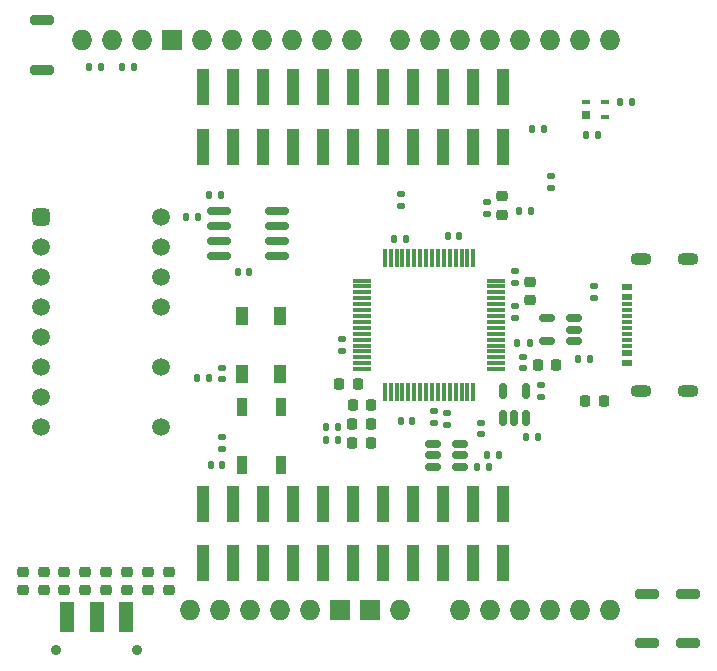
<source format=gts>
G04 #@! TF.GenerationSoftware,KiCad,Pcbnew,6.0.10-86aedd382b~118~ubuntu22.10.1*
G04 #@! TF.CreationDate,2023-02-02T20:30:57+01:00*
G04 #@! TF.ProjectId,FPGHat,46504748-6174-42e6-9b69-6361645f7063,rev?*
G04 #@! TF.SameCoordinates,Original*
G04 #@! TF.FileFunction,Soldermask,Top*
G04 #@! TF.FilePolarity,Negative*
%FSLAX46Y46*%
G04 Gerber Fmt 4.6, Leading zero omitted, Abs format (unit mm)*
G04 Created by KiCad (PCBNEW 6.0.10-86aedd382b~118~ubuntu22.10.1) date 2023-02-02 20:30:57*
%MOMM*%
%LPD*%
G01*
G04 APERTURE LIST*
G04 Aperture macros list*
%AMRoundRect*
0 Rectangle with rounded corners*
0 $1 Rounding radius*
0 $2 $3 $4 $5 $6 $7 $8 $9 X,Y pos of 4 corners*
0 Add a 4 corners polygon primitive as box body*
4,1,4,$2,$3,$4,$5,$6,$7,$8,$9,$2,$3,0*
0 Add four circle primitives for the rounded corners*
1,1,$1+$1,$2,$3*
1,1,$1+$1,$4,$5*
1,1,$1+$1,$6,$7*
1,1,$1+$1,$8,$9*
0 Add four rect primitives between the rounded corners*
20,1,$1+$1,$2,$3,$4,$5,0*
20,1,$1+$1,$4,$5,$6,$7,0*
20,1,$1+$1,$6,$7,$8,$9,0*
20,1,$1+$1,$8,$9,$2,$3,0*%
G04 Aperture macros list end*
%ADD10RoundRect,0.225000X-0.225000X-0.250000X0.225000X-0.250000X0.225000X0.250000X-0.225000X0.250000X0*%
%ADD11RoundRect,0.140000X0.140000X0.170000X-0.140000X0.170000X-0.140000X-0.170000X0.140000X-0.170000X0*%
%ADD12RoundRect,0.140000X-0.170000X0.140000X-0.170000X-0.140000X0.170000X-0.140000X0.170000X0.140000X0*%
%ADD13R,1.000000X3.150000*%
%ADD14RoundRect,0.135000X-0.135000X-0.185000X0.135000X-0.185000X0.135000X0.185000X-0.135000X0.185000X0*%
%ADD15RoundRect,0.225000X0.225000X0.250000X-0.225000X0.250000X-0.225000X-0.250000X0.225000X-0.250000X0*%
%ADD16RoundRect,0.135000X0.135000X0.185000X-0.135000X0.185000X-0.135000X-0.185000X0.135000X-0.185000X0*%
%ADD17RoundRect,0.140000X0.170000X-0.140000X0.170000X0.140000X-0.170000X0.140000X-0.170000X-0.140000X0*%
%ADD18RoundRect,0.218750X0.256250X-0.218750X0.256250X0.218750X-0.256250X0.218750X-0.256250X-0.218750X0*%
%ADD19RoundRect,0.135000X-0.185000X0.135000X-0.185000X-0.135000X0.185000X-0.135000X0.185000X0.135000X0*%
%ADD20RoundRect,0.225000X-0.250000X0.225000X-0.250000X-0.225000X0.250000X-0.225000X0.250000X0.225000X0*%
%ADD21R,0.900000X1.500000*%
%ADD22RoundRect,0.375000X-0.375000X-0.375000X0.375000X-0.375000X0.375000X0.375000X-0.375000X0.375000X0*%
%ADD23C,1.500000*%
%ADD24RoundRect,0.135000X0.185000X-0.135000X0.185000X0.135000X-0.185000X0.135000X-0.185000X-0.135000X0*%
%ADD25RoundRect,0.150000X0.825000X0.150000X-0.825000X0.150000X-0.825000X-0.150000X0.825000X-0.150000X0*%
%ADD26R,0.750000X0.400000*%
%ADD27R,0.750000X0.800000*%
%ADD28RoundRect,0.140000X-0.140000X-0.170000X0.140000X-0.170000X0.140000X0.170000X-0.140000X0.170000X0*%
%ADD29RoundRect,0.200000X-0.800000X0.200000X-0.800000X-0.200000X0.800000X-0.200000X0.800000X0.200000X0*%
%ADD30RoundRect,0.218750X0.218750X0.256250X-0.218750X0.256250X-0.218750X-0.256250X0.218750X-0.256250X0*%
%ADD31RoundRect,0.075000X0.700000X0.075000X-0.700000X0.075000X-0.700000X-0.075000X0.700000X-0.075000X0*%
%ADD32RoundRect,0.075000X0.075000X0.700000X-0.075000X0.700000X-0.075000X-0.700000X0.075000X-0.700000X0*%
%ADD33C,0.900000*%
%ADD34R,1.250000X2.500000*%
%ADD35RoundRect,0.150000X0.150000X-0.512500X0.150000X0.512500X-0.150000X0.512500X-0.150000X-0.512500X0*%
%ADD36R,1.000000X1.500000*%
%ADD37RoundRect,0.150000X0.512500X0.150000X-0.512500X0.150000X-0.512500X-0.150000X0.512500X-0.150000X0*%
%ADD38R,0.950000X0.600000*%
%ADD39R,0.950000X0.300000*%
%ADD40RoundRect,0.500000X0.400000X0.000000X0.400000X0.000000X-0.400000X0.000000X-0.400000X0.000000X0*%
%ADD41O,1.727200X1.727200*%
%ADD42R,1.727200X1.727200*%
%ADD43RoundRect,0.150000X-0.512500X-0.150000X0.512500X-0.150000X0.512500X0.150000X-0.512500X0.150000X0*%
%ADD44RoundRect,0.225000X0.250000X-0.225000X0.250000X0.225000X-0.250000X0.225000X-0.250000X-0.225000X0*%
G04 APERTURE END LIST*
D10*
X48250000Y-55000000D03*
X49800000Y-55000000D03*
D11*
X54430000Y-58100000D03*
X53470000Y-58100000D03*
D12*
X65326500Y-55120000D03*
X65326500Y-56080000D03*
D13*
X36750000Y-34925000D03*
X36750000Y-29875000D03*
X39290000Y-34925000D03*
X39290000Y-29875000D03*
X41830000Y-34925000D03*
X41830000Y-29875000D03*
X44370000Y-34925000D03*
X44370000Y-29875000D03*
X46910000Y-34925000D03*
X46910000Y-29875000D03*
X49450000Y-34925000D03*
X49450000Y-29875000D03*
X51990000Y-34925000D03*
X51990000Y-29875000D03*
X54530000Y-34925000D03*
X54530000Y-29875000D03*
X57070000Y-34925000D03*
X57070000Y-29875000D03*
X59610000Y-34925000D03*
X59610000Y-29875000D03*
X62150000Y-34925000D03*
X62150000Y-29875000D03*
D14*
X47140000Y-58650000D03*
X48160000Y-58650000D03*
D15*
X50925000Y-56800000D03*
X49375000Y-56800000D03*
D16*
X38250000Y-39000000D03*
X37230000Y-39000000D03*
X65570000Y-33400000D03*
X64550000Y-33400000D03*
D17*
X60800000Y-40580000D03*
X60800000Y-39620000D03*
D18*
X26750000Y-72487500D03*
X26750000Y-70912500D03*
D19*
X57400000Y-57440000D03*
X57400000Y-58460000D03*
D16*
X60910000Y-62050000D03*
X59890000Y-62050000D03*
D14*
X72040000Y-31100000D03*
X73060000Y-31100000D03*
D18*
X33800000Y-72487500D03*
X33800000Y-70912500D03*
D20*
X64396000Y-46366000D03*
X64396000Y-47916000D03*
D21*
X40000000Y-61875000D03*
X43300000Y-61875000D03*
X43300000Y-56975000D03*
X40000000Y-56975000D03*
D16*
X28110000Y-28150000D03*
X27090000Y-28150000D03*
X30860000Y-28150000D03*
X29840000Y-28150000D03*
D14*
X35300000Y-40850000D03*
X36320000Y-40850000D03*
D22*
X23000000Y-40894000D03*
D23*
X23000000Y-43434000D03*
X23000000Y-45974000D03*
X23000000Y-48514000D03*
X23000000Y-51054000D03*
X23000000Y-53594000D03*
X23000000Y-56134000D03*
X23000000Y-58674000D03*
X33160000Y-58674000D03*
X33160000Y-53594000D03*
X33160000Y-48514000D03*
X33160000Y-45974000D03*
X33160000Y-43434000D03*
X33160000Y-40894000D03*
D24*
X66200000Y-38410000D03*
X66200000Y-37390000D03*
D25*
X43000000Y-44170000D03*
X43000000Y-42900000D03*
X43000000Y-41630000D03*
X43000000Y-40360000D03*
X38050000Y-40360000D03*
X38050000Y-41630000D03*
X38050000Y-42900000D03*
X38050000Y-44170000D03*
D26*
X69125000Y-31100000D03*
D27*
X69125000Y-32250000D03*
D26*
X70775000Y-32400000D03*
X70775000Y-31100000D03*
D28*
X52920000Y-42750000D03*
X53880000Y-42750000D03*
D16*
X37235000Y-54525000D03*
X36215000Y-54525000D03*
D24*
X53500000Y-39960000D03*
X53500000Y-38940000D03*
D29*
X74300000Y-72750000D03*
X74300000Y-76950000D03*
D17*
X60250000Y-59230000D03*
X60250000Y-58270000D03*
D30*
X70637500Y-56450000D03*
X69062500Y-56450000D03*
D14*
X63340000Y-51500000D03*
X64360000Y-51500000D03*
X47130000Y-59750000D03*
X48150000Y-59750000D03*
D16*
X69460000Y-52900000D03*
X68440000Y-52900000D03*
D31*
X61529500Y-53750000D03*
X61529500Y-53250000D03*
X61529500Y-52750000D03*
X61529500Y-52250000D03*
X61529500Y-51750000D03*
X61529500Y-51250000D03*
X61529500Y-50750000D03*
X61529500Y-50250000D03*
X61529500Y-49750000D03*
X61529500Y-49250000D03*
X61529500Y-48750000D03*
X61529500Y-48250000D03*
X61529500Y-47750000D03*
X61529500Y-47250000D03*
X61529500Y-46750000D03*
X61529500Y-46250000D03*
D32*
X59604500Y-44325000D03*
X59104500Y-44325000D03*
X58604500Y-44325000D03*
X58104500Y-44325000D03*
X57604500Y-44325000D03*
X57104500Y-44325000D03*
X56604500Y-44325000D03*
X56104500Y-44325000D03*
X55604500Y-44325000D03*
X55104500Y-44325000D03*
X54604500Y-44325000D03*
X54104500Y-44325000D03*
X53604500Y-44325000D03*
X53104500Y-44325000D03*
X52604500Y-44325000D03*
X52104500Y-44325000D03*
D31*
X50179500Y-46250000D03*
X50179500Y-46750000D03*
X50179500Y-47250000D03*
X50179500Y-47750000D03*
X50179500Y-48250000D03*
X50179500Y-48750000D03*
X50179500Y-49250000D03*
X50179500Y-49750000D03*
X50179500Y-50250000D03*
X50179500Y-50750000D03*
X50179500Y-51250000D03*
X50179500Y-51750000D03*
X50179500Y-52250000D03*
X50179500Y-52750000D03*
X50179500Y-53250000D03*
X50179500Y-53750000D03*
D32*
X52104500Y-55675000D03*
X52604500Y-55675000D03*
X53104500Y-55675000D03*
X53604500Y-55675000D03*
X54104500Y-55675000D03*
X54604500Y-55675000D03*
X55104500Y-55675000D03*
X55604500Y-55675000D03*
X56104500Y-55675000D03*
X56604500Y-55675000D03*
X57104500Y-55675000D03*
X57604500Y-55675000D03*
X58104500Y-55675000D03*
X58604500Y-55675000D03*
X59104500Y-55675000D03*
X59604500Y-55675000D03*
D33*
X24300000Y-77500000D03*
X31100000Y-77500000D03*
D34*
X25200000Y-74750000D03*
X27700000Y-74750000D03*
X30200000Y-74750000D03*
D35*
X62126500Y-57887500D03*
X63076500Y-57887500D03*
X64026500Y-57887500D03*
X64026500Y-55612500D03*
X62126500Y-55612500D03*
D11*
X58380000Y-42500000D03*
X57420000Y-42500000D03*
D16*
X61810000Y-61000000D03*
X60790000Y-61000000D03*
D19*
X63100000Y-45440000D03*
X63100000Y-46460000D03*
D36*
X40050000Y-54150000D03*
X43250000Y-54150000D03*
X43250000Y-49250000D03*
X40050000Y-49250000D03*
D37*
X68087500Y-51350000D03*
X68087500Y-50400000D03*
X68087500Y-49450000D03*
X65812500Y-49450000D03*
X65812500Y-51350000D03*
D12*
X48476500Y-51220000D03*
X48476500Y-52180000D03*
D19*
X56300000Y-57290000D03*
X56300000Y-58310000D03*
D24*
X38300000Y-60545000D03*
X38300000Y-59525000D03*
D11*
X38355000Y-61850000D03*
X37395000Y-61850000D03*
D38*
X72577500Y-46800000D03*
X72577500Y-53200000D03*
X72577500Y-52400000D03*
X72577500Y-47600000D03*
D39*
X72577500Y-51250000D03*
X72577500Y-50250000D03*
X72577500Y-49750000D03*
X72577500Y-48750000D03*
X72577500Y-48250000D03*
X72577500Y-49250000D03*
X72577500Y-50750000D03*
X72577500Y-51750000D03*
D40*
X73800000Y-44380000D03*
X77800000Y-44380000D03*
X77800000Y-55620000D03*
X73800000Y-55620000D03*
D24*
X69800000Y-47710000D03*
X69800000Y-46690000D03*
D29*
X23100000Y-24200000D03*
X23100000Y-28400000D03*
D41*
X35649000Y-74130000D03*
X43269000Y-74130000D03*
X45809000Y-74130000D03*
X58509000Y-74130000D03*
X61049000Y-74130000D03*
X63589000Y-74130000D03*
X66129000Y-74130000D03*
X68669000Y-74130000D03*
X71209000Y-74130000D03*
X31585000Y-25870000D03*
X71209000Y-25870000D03*
X68669000Y-25870000D03*
X66129000Y-25870000D03*
X63589000Y-25870000D03*
X61049000Y-25870000D03*
X58509000Y-25870000D03*
X55969000Y-25870000D03*
X53429000Y-25870000D03*
X49365000Y-25870000D03*
X46825000Y-25870000D03*
X44285000Y-25870000D03*
X41745000Y-25870000D03*
X39205000Y-25870000D03*
X36665000Y-25870000D03*
D42*
X34125000Y-25870000D03*
X48349000Y-74130000D03*
X50889000Y-74130000D03*
D41*
X38189000Y-74130000D03*
X40729000Y-74130000D03*
X26505000Y-25870000D03*
X29045000Y-25870000D03*
X53429000Y-74130000D03*
D15*
X66625000Y-53400000D03*
X65075000Y-53400000D03*
D11*
X40630000Y-45500000D03*
X39670000Y-45500000D03*
D16*
X64450000Y-40350000D03*
X63430000Y-40350000D03*
X70200000Y-33900000D03*
X69180000Y-33900000D03*
D29*
X77800000Y-72750000D03*
X77800000Y-76950000D03*
D17*
X38350000Y-54605000D03*
X38350000Y-53645000D03*
D43*
X56162500Y-60100000D03*
X56162500Y-61050000D03*
X56162500Y-62000000D03*
X58437500Y-62000000D03*
X58437500Y-61050000D03*
X58437500Y-60100000D03*
D18*
X32042855Y-72487500D03*
X32042855Y-70912500D03*
D12*
X63800000Y-52720000D03*
X63800000Y-53680000D03*
D18*
X23221430Y-72487500D03*
X23221430Y-70912500D03*
D30*
X50937500Y-60000000D03*
X49362500Y-60000000D03*
D13*
X36750000Y-70175000D03*
X36750000Y-65125000D03*
X39290000Y-70175000D03*
X39290000Y-65125000D03*
X41830000Y-70175000D03*
X41830000Y-65125000D03*
X44370000Y-70175000D03*
X44370000Y-65125000D03*
X46910000Y-70175000D03*
X46910000Y-65125000D03*
X49450000Y-70175000D03*
X49450000Y-65125000D03*
X51990000Y-70175000D03*
X51990000Y-65125000D03*
X54530000Y-70175000D03*
X54530000Y-65125000D03*
X57070000Y-70175000D03*
X57070000Y-65125000D03*
X59610000Y-70175000D03*
X59610000Y-65125000D03*
X62150000Y-70175000D03*
X62150000Y-65125000D03*
D18*
X30275000Y-72487500D03*
X30275000Y-70912500D03*
D44*
X62050000Y-40675000D03*
X62050000Y-39125000D03*
D14*
X64100000Y-59500000D03*
X65120000Y-59500000D03*
D18*
X21450000Y-72487500D03*
X21450000Y-70912500D03*
D30*
X50937500Y-58400000D03*
X49362500Y-58400000D03*
D18*
X24975000Y-72487500D03*
X24975000Y-70912500D03*
D12*
X63100000Y-48420000D03*
X63100000Y-49380000D03*
D18*
X28500000Y-72487500D03*
X28500000Y-70912500D03*
M02*

</source>
